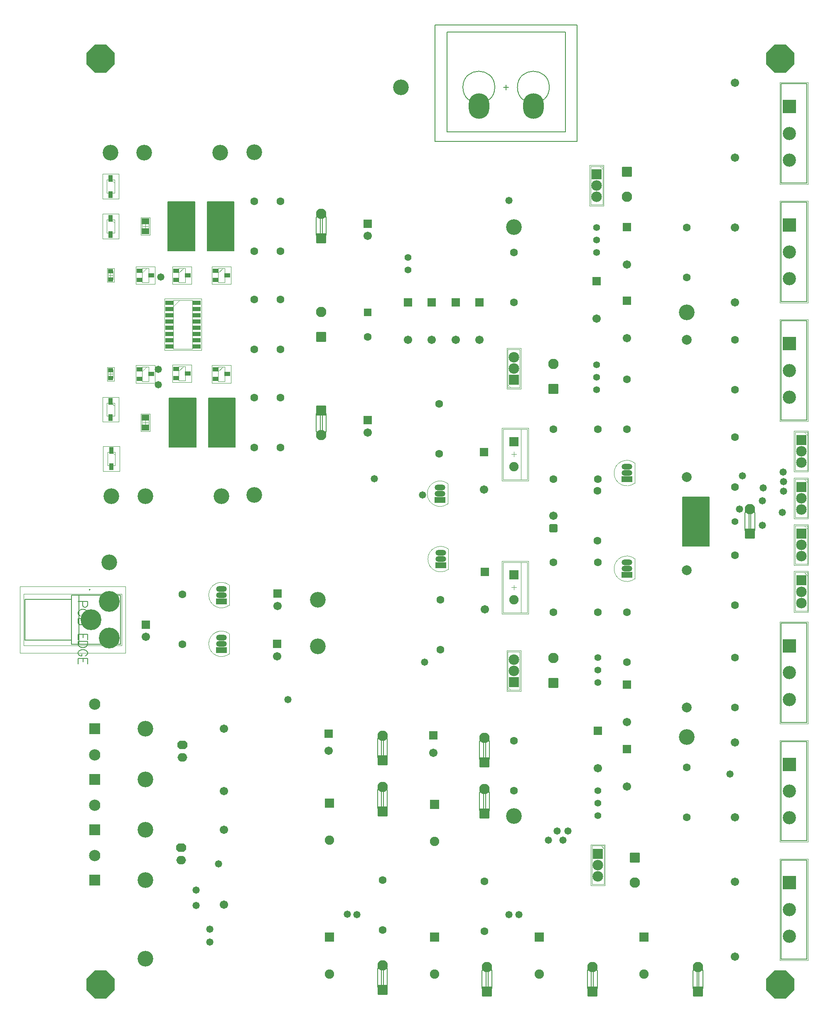
<source format=gts>
G04*
G04 #@! TF.GenerationSoftware,Altium Limited,Altium Designer,18.0.7 (293)*
G04*
G04 Layer_Color=8388736*
%FSLAX25Y25*%
%MOIN*%
G70*
G01*
G75*
%ADD10C,0.00500*%
%ADD11C,0.00600*%
%ADD12C,0.00787*%
%ADD18C,0.00394*%
%ADD24C,0.00000*%
%ADD25C,0.00781*%
%ADD26C,0.00300*%
%ADD27C,0.00197*%
%ADD33R,0.03753X0.05721*%
%ADD34R,0.04343X0.03556*%
%ADD35R,0.06115X0.04737*%
%ADD36R,0.06902X0.03359*%
%ADD37R,0.04737X0.03556*%
%ADD38C,0.06312*%
%ADD39C,0.07493*%
%ADD40R,0.07493X0.07493*%
%ADD41C,0.08300*%
G04:AMPARAMS|DCode=42|XSize=83mil|YSize=83mil|CornerRadius=13.38mil|HoleSize=0mil|Usage=FLASHONLY|Rotation=90.000|XOffset=0mil|YOffset=0mil|HoleType=Round|Shape=RoundedRectangle|*
%AMROUNDEDRECTD42*
21,1,0.08300,0.05625,0,0,90.0*
21,1,0.05625,0.08300,0,0,90.0*
1,1,0.02675,0.02813,0.02813*
1,1,0.02675,0.02813,-0.02813*
1,1,0.02675,-0.02813,-0.02813*
1,1,0.02675,-0.02813,0.02813*
%
%ADD42ROUNDEDRECTD42*%
%ADD43C,0.12611*%
%ADD44C,0.05524*%
%ADD45R,0.06000X0.06000*%
%ADD46C,0.06000*%
%ADD47C,0.06706*%
%ADD48C,0.07887*%
%ADD49C,0.08477*%
%ADD50R,0.08477X0.08477*%
%ADD51O,0.08674X0.04737*%
%ADD52R,0.08674X0.04737*%
%ADD53R,0.10603X0.10603*%
%ADD54C,0.10603*%
%ADD55O,0.07800X0.06800*%
G04:AMPARAMS|DCode=56|XSize=68mil|YSize=78mil|CornerRadius=0mil|HoleSize=0mil|Usage=FLASHONLY|Rotation=90.000|XOffset=0mil|YOffset=0mil|HoleType=Round|Shape=Octagon|*
%AMOCTAGOND56*
4,1,8,-0.03900,-0.01700,-0.03900,0.01700,-0.02200,0.03400,0.02200,0.03400,0.03900,0.01700,0.03900,-0.01700,0.02200,-0.03400,-0.02200,-0.03400,-0.03900,-0.01700,0.0*
%
%ADD56OCTAGOND56*%

%ADD57C,0.16702*%
%ADD58R,0.06706X0.06706*%
%ADD59R,0.07493X0.07493*%
G04:AMPARAMS|DCode=60|XSize=67.06mil|YSize=67.06mil|CornerRadius=11.38mil|HoleSize=0mil|Usage=FLASHONLY|Rotation=90.000|XOffset=0mil|YOffset=0mil|HoleType=Round|Shape=RoundedRectangle|*
%AMROUNDEDRECTD60*
21,1,0.06706,0.04429,0,0,90.0*
21,1,0.04429,0.06706,0,0,90.0*
1,1,0.02276,0.02215,0.02215*
1,1,0.02276,0.02215,-0.02215*
1,1,0.02276,-0.02215,-0.02215*
1,1,0.02276,-0.02215,0.02215*
%
%ADD60ROUNDEDRECTD60*%
%ADD61R,0.06312X0.06312*%
%ADD62O,0.16548X0.20485*%
%ADD63R,0.09068X0.09068*%
%ADD64C,0.09068*%
%ADD65P,0.24304X8X22.5*%
%ADD66C,0.05800*%
G36*
X99150Y492640D02*
Y453140D01*
X77650D01*
Y492640D01*
X99150D01*
D02*
G37*
G36*
X98264Y650072D02*
Y610572D01*
X76764D01*
Y650072D01*
X98264D01*
D02*
G37*
G36*
X130646Y492640D02*
Y453140D01*
X109146D01*
Y492640D01*
X130646D01*
D02*
G37*
G36*
X129760Y650072D02*
Y610572D01*
X108260D01*
Y650072D01*
X129760D01*
D02*
G37*
G36*
X511000Y413402D02*
Y373902D01*
X489500D01*
Y413402D01*
X511000D01*
D02*
G37*
D10*
X568724Y122441D02*
X589197D01*
Y42913D02*
Y122441D01*
X568724Y42913D02*
X589197D01*
X568724D02*
Y122441D01*
X589197D01*
Y42913D02*
Y122441D01*
X568724Y42913D02*
X589197D01*
X568724D02*
Y122441D01*
Y744488D02*
X589197D01*
Y664961D02*
Y744488D01*
X568724Y664961D02*
X589197D01*
X568724D02*
Y744488D01*
X589197D01*
Y664961D02*
Y744488D01*
X568724Y664961D02*
X589197D01*
X568724D02*
Y744488D01*
Y312244D02*
X589197D01*
Y232717D02*
Y312244D01*
X568724Y232717D02*
X589197D01*
X568724D02*
Y312244D01*
X589197D01*
Y232717D02*
Y312244D01*
X568724Y232717D02*
X589197D01*
X568724D02*
Y312244D01*
Y554528D02*
X589197D01*
Y475000D02*
Y554528D01*
X568724Y475000D02*
X589197D01*
X568724D02*
Y554528D01*
X589197D01*
Y475000D02*
Y554528D01*
X568724Y475000D02*
X589197D01*
X568724D02*
Y554528D01*
Y217343D02*
X589197D01*
Y137815D02*
Y217343D01*
X568724Y137815D02*
X589197D01*
X568724D02*
Y217343D01*
X589197D01*
Y137815D02*
Y217343D01*
X568724Y137815D02*
X589197D01*
X568724D02*
Y217343D01*
Y649508D02*
X589197D01*
Y569980D02*
Y649508D01*
X568724Y569980D02*
X589197D01*
X568724D02*
Y649508D01*
X589197D01*
Y569980D02*
Y649508D01*
X568724Y569980D02*
X589197D01*
X568724D02*
Y649508D01*
X5217Y334646D02*
X38681D01*
X-689D02*
X5217D01*
X-689Y331299D02*
Y334646D01*
Y298622D02*
Y331299D01*
Y295276D02*
Y298622D01*
Y295276D02*
X5217D01*
X38681D01*
Y334646D01*
X-38091Y331299D02*
X-689D01*
X-38091Y298622D02*
Y331299D01*
Y298622D02*
X-689D01*
X5217Y295276D02*
Y334646D01*
X38681D01*
X-689D02*
X5217D01*
X-689Y331299D02*
Y334646D01*
Y298622D02*
Y331299D01*
Y295276D02*
Y298622D01*
Y295276D02*
X5217D01*
X38681D01*
Y334646D01*
X-38091Y331299D02*
X-689D01*
X-38091Y298622D02*
Y331299D01*
Y298622D02*
X-689D01*
X5217Y295276D02*
Y334646D01*
X329832Y17936D02*
G03*
X331824Y16881I1976J1321D01*
G01*
X333532Y16879D02*
G03*
X335506Y17917I11J2376D01*
G01*
X331823Y36564D02*
G03*
X329849Y35527I-11J-2376D01*
G01*
X335522Y35508D02*
G03*
X333530Y36563I-1976J-1321D01*
G01*
X328995Y34074D02*
G03*
X328729Y33809I87J-354D01*
G01*
X331878Y33883D02*
G03*
X328995Y34074I-4288J-43031D01*
G01*
X331878Y19560D02*
G03*
X328995Y19370I41749J-654584D01*
G01*
X328729Y19635D02*
G03*
X328995Y19370I357J92D01*
G01*
X333476Y33883D02*
G03*
X336360Y34074I-41797J655314D01*
G01*
X336626Y33809D02*
G03*
X336360Y34074I-357J-92D01*
G01*
X336360Y19370D02*
G03*
X336626Y19635I-87J354D01*
G01*
X333476Y19560D02*
G03*
X336360Y19370I4288J43031D01*
G01*
X331878Y19032D02*
G03*
X330617Y17864I3661J-5218D01*
G01*
X328729Y19635D02*
G03*
X330500Y17864I1772J0D01*
G01*
X336626Y33809D02*
G03*
X334854Y35580I-1772J0D01*
G01*
X330500D02*
G03*
X328729Y33809I0J-1772D01*
G01*
X334854Y17864D02*
G03*
X336626Y19635I0J1772D01*
G01*
X331496Y16879D02*
G03*
X333858Y16879I1181J0D01*
G01*
Y36564D02*
G03*
X331496Y36564I-1181J0D01*
G01*
X414387Y17935D02*
G03*
X416378Y16879I1976J1321D01*
G01*
X418086Y16878D02*
G03*
X420060Y17916I11J2376D01*
G01*
X416377Y36563D02*
G03*
X414403Y35525I-11J-2376D01*
G01*
X420077Y35506D02*
G03*
X418085Y36562I-1976J-1321D01*
G01*
X413549Y34072D02*
G03*
X413283Y33807I87J-354D01*
G01*
X416433Y33882D02*
G03*
X413549Y34072I-4288J-43031D01*
G01*
X416433Y19559D02*
G03*
X413549Y19369I41749J-654584D01*
G01*
X413283Y19634D02*
G03*
X413549Y19369I357J92D01*
G01*
X418031Y33882D02*
G03*
X420914Y34072I-41797J655314D01*
G01*
X421180Y33807D02*
G03*
X420914Y34072I-357J-92D01*
G01*
X420914Y19369D02*
G03*
X421180Y19634I-87J354D01*
G01*
X418031Y19559D02*
G03*
X420914Y19369I4288J43031D01*
G01*
X416433Y19030D02*
G03*
X415171Y17862I3661J-5218D01*
G01*
X413283Y19634D02*
G03*
X415055Y17862I1772J0D01*
G01*
X421180Y33807D02*
G03*
X419409Y35579I-1772J0D01*
G01*
X415055D02*
G03*
X413283Y33807I0J-1772D01*
G01*
X419409Y17862D02*
G03*
X421180Y19634I0J1772D01*
G01*
X416050Y16878D02*
G03*
X418413Y16878I1181J0D01*
G01*
Y36563D02*
G03*
X416050Y36563I-1181J0D01*
G01*
X245974Y19273D02*
G03*
X247966Y18218I1976J1321D01*
G01*
X249673Y18216D02*
G03*
X251647Y19254I11J2376D01*
G01*
X247965Y37901D02*
G03*
X245991Y36864I-11J-2376D01*
G01*
X251664Y36845D02*
G03*
X249672Y37900I-1976J-1321D01*
G01*
X245137Y35411D02*
G03*
X244870Y35146I87J-354D01*
G01*
X248020Y35220D02*
G03*
X245137Y35411I-4288J-43031D01*
G01*
X248020Y20898D02*
G03*
X245137Y20707I41749J-654584D01*
G01*
X244870Y20972D02*
G03*
X245137Y20707I357J92D01*
G01*
X249618Y35220D02*
G03*
X252501Y35411I-41797J655314D01*
G01*
X252767Y35146D02*
G03*
X252501Y35411I-357J-92D01*
G01*
X252501Y20707D02*
G03*
X252767Y20972I-87J354D01*
G01*
X249618Y20898D02*
G03*
X252501Y20707I4288J43031D01*
G01*
X248020Y20369D02*
G03*
X246758Y19201I3661J-5218D01*
G01*
X244870Y20972D02*
G03*
X246642Y19201I1772J0D01*
G01*
X252767Y35146D02*
G03*
X250996Y36917I-1772J0D01*
G01*
X246642D02*
G03*
X244870Y35146I0J-1772D01*
G01*
X250996Y19201D02*
G03*
X252767Y20972I0J1772D01*
G01*
X247638Y18216D02*
G03*
X250000Y18216I1181J0D01*
G01*
Y37901D02*
G03*
X247638Y37901I-1181J0D01*
G01*
X327864Y201610D02*
G03*
X329855Y200554I1976J1321D01*
G01*
X331563Y200553D02*
G03*
X333537Y201590I11J2376D01*
G01*
X329854Y220238D02*
G03*
X327880Y219200I-11J-2376D01*
G01*
X333554Y219181D02*
G03*
X331562Y220236I-1976J-1321D01*
G01*
X327026Y217747D02*
G03*
X326760Y217482I87J-354D01*
G01*
X329910Y217557D02*
G03*
X327026Y217747I-4288J-43031D01*
G01*
X329910Y203234D02*
G03*
X327026Y203044I41749J-654584D01*
G01*
X326760Y203309D02*
G03*
X327026Y203044I357J92D01*
G01*
X331508Y217557D02*
G03*
X334391Y217747I-41797J655314D01*
G01*
X334657Y217482D02*
G03*
X334391Y217747I-357J-92D01*
G01*
X334391Y203044D02*
G03*
X334657Y203309I-87J354D01*
G01*
X331508Y203234D02*
G03*
X334391Y203044I4288J43031D01*
G01*
X329910Y202705D02*
G03*
X328648Y201537I3661J-5218D01*
G01*
X326760Y203309D02*
G03*
X328532Y201537I1772J0D01*
G01*
X334657Y217482D02*
G03*
X332886Y219253I-1772J0D01*
G01*
X328532D02*
G03*
X326760Y217482I0J-1772D01*
G01*
X332886Y201537D02*
G03*
X334657Y203309I0J1772D01*
G01*
X329528Y200553D02*
G03*
X331890Y200553I1181J0D01*
G01*
Y220238D02*
G03*
X329528Y220238I-1181J0D01*
G01*
X245974Y203340D02*
G03*
X247966Y202285I1976J1321D01*
G01*
X249673Y202283D02*
G03*
X251647Y203321I11J2376D01*
G01*
X247965Y221969D02*
G03*
X245991Y220931I-11J-2376D01*
G01*
X251664Y220912D02*
G03*
X249672Y221967I-1976J-1321D01*
G01*
X245137Y219478D02*
G03*
X244870Y219213I87J-354D01*
G01*
X248020Y219287D02*
G03*
X245137Y219478I-4288J-43031D01*
G01*
X248020Y204964D02*
G03*
X245137Y204774I41749J-654584D01*
G01*
X244870Y205039D02*
G03*
X245137Y204774I357J92D01*
G01*
X249618Y219287D02*
G03*
X252501Y219478I-41797J655314D01*
G01*
X252767Y219213D02*
G03*
X252501Y219478I-357J-92D01*
G01*
X252501Y204774D02*
G03*
X252767Y205039I-87J354D01*
G01*
X249618Y204964D02*
G03*
X252501Y204774I4288J43031D01*
G01*
X248020Y204436D02*
G03*
X246758Y203268I3661J-5218D01*
G01*
X244870Y205039D02*
G03*
X246642Y203268I1772J0D01*
G01*
X252767Y219213D02*
G03*
X250996Y220984I-1772J0D01*
G01*
X246642D02*
G03*
X244870Y219213I0J-1772D01*
G01*
X250996Y203268D02*
G03*
X252767Y205039I0J1772D01*
G01*
X247638Y202283D02*
G03*
X250000Y202283I1181J0D01*
G01*
Y221969D02*
G03*
X247638Y221969I-1181J0D01*
G01*
X202511Y481676D02*
G03*
X200519Y482731I-1976J-1321D01*
G01*
X198811Y482733D02*
G03*
X196837Y481695I-11J-2376D01*
G01*
X200520Y463048D02*
G03*
X202494Y464085I11J2376D01*
G01*
X196821Y464105D02*
G03*
X198813Y463049I1976J1321D01*
G01*
X203348Y465539D02*
G03*
X203614Y465804I-87J354D01*
G01*
X200465Y465729D02*
G03*
X203348Y465539I4288J43031D01*
G01*
X200465Y480052D02*
G03*
X203348Y480242I-41749J654584D01*
G01*
X203614Y479977D02*
G03*
X203348Y480242I-357J-92D01*
G01*
X198867Y465729D02*
G03*
X195983Y465539I41797J-655314D01*
G01*
X195717Y465804D02*
G03*
X195983Y465539I357J92D01*
G01*
X195983Y480242D02*
G03*
X195717Y479977I87J-354D01*
G01*
X198867Y480052D02*
G03*
X195983Y480242I-4288J-43031D01*
G01*
X200465Y480580D02*
G03*
X201726Y481748I-3661J5218D01*
G01*
X203614Y479977D02*
G03*
X201843Y481748I-1772J0D01*
G01*
X195717Y465803D02*
G03*
X197489Y464032I1772J0D01*
G01*
X201843D02*
G03*
X203614Y465803I0J1772D01*
G01*
X197489Y481748D02*
G03*
X195717Y479977I0J-1772D01*
G01*
X200847Y482733D02*
G03*
X198485Y482733I-1181J0D01*
G01*
Y463048D02*
G03*
X200847Y463048I1181J0D01*
G01*
X196821Y621536D02*
G03*
X198813Y620481I1976J1321D01*
G01*
X200520Y620479D02*
G03*
X202494Y621517I11J2376D01*
G01*
X198811Y640165D02*
G03*
X196837Y639127I-11J-2376D01*
G01*
X202511Y639108D02*
G03*
X200519Y640163I-1976J-1321D01*
G01*
X195983Y637674D02*
G03*
X195717Y637409I87J-354D01*
G01*
X198867Y637484D02*
G03*
X195983Y637674I-4288J-43031D01*
G01*
X198867Y623161D02*
G03*
X195983Y622970I41749J-654584D01*
G01*
X195717Y623236D02*
G03*
X195983Y622970I357J92D01*
G01*
X200465Y637484D02*
G03*
X203348Y637674I-41797J655314D01*
G01*
X203614Y637409D02*
G03*
X203348Y637674I-357J-92D01*
G01*
X203348Y622970D02*
G03*
X203614Y623236I-87J354D01*
G01*
X200465Y623161D02*
G03*
X203348Y622970I4288J43031D01*
G01*
X198867Y622632D02*
G03*
X197605Y621464I3661J-5218D01*
G01*
X195717Y623236D02*
G03*
X197489Y621464I1772J0D01*
G01*
X203614Y637409D02*
G03*
X201843Y639180I-1772J0D01*
G01*
X197489D02*
G03*
X195717Y637409I0J-1772D01*
G01*
X201843Y621464D02*
G03*
X203614Y623236I0J1772D01*
G01*
X198485Y620479D02*
G03*
X200847Y620479I1181J0D01*
G01*
Y640165D02*
G03*
X198485Y640165I-1181J0D01*
G01*
X245973Y162474D02*
G03*
X247965Y161419I1976J1321D01*
G01*
X249673Y161417D02*
G03*
X251647Y162455I11J2376D01*
G01*
X247964Y181102D02*
G03*
X245990Y180065I-11J-2376D01*
G01*
X251663Y180045D02*
G03*
X249671Y181101I-1976J-1321D01*
G01*
X245136Y178612D02*
G03*
X244870Y178347I87J-354D01*
G01*
X248019Y178421D02*
G03*
X245136Y178612I-4288J-43031D01*
G01*
X248019Y164098D02*
G03*
X245136Y163908I41749J-654584D01*
G01*
X244870Y164173D02*
G03*
X245136Y163908I357J92D01*
G01*
X249617Y178421D02*
G03*
X252501Y178612I-41797J655314D01*
G01*
X252767Y178347D02*
G03*
X252501Y178612I-357J-92D01*
G01*
X252501Y163908D02*
G03*
X252767Y164173I-87J354D01*
G01*
X249617Y164098D02*
G03*
X252501Y163908I4288J43031D01*
G01*
X248019Y163570D02*
G03*
X246758Y162402I3661J-5218D01*
G01*
X244870Y164173D02*
G03*
X246641Y162402I1772J0D01*
G01*
X252767Y178347D02*
G03*
X250995Y180118I-1772J0D01*
G01*
X246641D02*
G03*
X244870Y178347I0J-1772D01*
G01*
X250995Y162402D02*
G03*
X252767Y164173I0J1772D01*
G01*
X247637Y161417D02*
G03*
X249999Y161417I1181J0D01*
G01*
Y181102D02*
G03*
X247637Y181102I-1181J0D01*
G01*
X327864Y160506D02*
G03*
X329855Y159450I1976J1321D01*
G01*
X331563Y159449D02*
G03*
X333537Y160487I11J2376D01*
G01*
X329854Y179134D02*
G03*
X327880Y178096I-11J-2376D01*
G01*
X333554Y178077D02*
G03*
X331562Y179133I-1976J-1321D01*
G01*
X327026Y176643D02*
G03*
X326760Y176378I87J-354D01*
G01*
X329909Y176453D02*
G03*
X327026Y176643I-4288J-43031D01*
G01*
X329909Y162130D02*
G03*
X327026Y161940I41749J-654584D01*
G01*
X326760Y162205D02*
G03*
X327026Y161940I357J92D01*
G01*
X331507Y176453D02*
G03*
X334391Y176643I-41797J655314D01*
G01*
X334657Y176378D02*
G03*
X334391Y176643I-357J-92D01*
G01*
X334391Y161940D02*
G03*
X334657Y162205I-87J354D01*
G01*
X331507Y162130D02*
G03*
X334391Y161940I4288J43031D01*
G01*
X329909Y161601D02*
G03*
X328648Y160433I3661J-5218D01*
G01*
X326760Y162205D02*
G03*
X328532Y160433I1772J0D01*
G01*
X334657Y176378D02*
G03*
X332886Y178150I-1772J0D01*
G01*
X328532D02*
G03*
X326760Y176378I0J-1772D01*
G01*
X332886Y160433D02*
G03*
X334657Y162205I0J1772D01*
G01*
X329527Y159449D02*
G03*
X331890Y159449I1181J0D01*
G01*
Y179134D02*
G03*
X329527Y179134I-1181J0D01*
G01*
X499124Y17935D02*
G03*
X501115Y16879I1976J1321D01*
G01*
X502823Y16878D02*
G03*
X504797Y17916I11J2376D01*
G01*
X501114Y36563D02*
G03*
X499140Y35525I-11J-2376D01*
G01*
X504813Y35506D02*
G03*
X502822Y36562I-1976J-1321D01*
G01*
X498286Y34072D02*
G03*
X498020Y33807I87J-354D01*
G01*
X501169Y33882D02*
G03*
X498286Y34072I-4288J-43031D01*
G01*
X501169Y19559D02*
G03*
X498286Y19369I41749J-654584D01*
G01*
X498020Y19634D02*
G03*
X498286Y19369I357J92D01*
G01*
X502768Y33882D02*
G03*
X505651Y34072I-41797J655314D01*
G01*
X505917Y33807D02*
G03*
X505651Y34072I-357J-92D01*
G01*
X505651Y19369D02*
G03*
X505917Y19634I-87J354D01*
G01*
X502768Y19559D02*
G03*
X505651Y19369I4288J43031D01*
G01*
X501169Y19030D02*
G03*
X499908Y17862I3661J-5218D01*
G01*
X498020Y19634D02*
G03*
X499792Y17862I1772J0D01*
G01*
X505917Y33807D02*
G03*
X504145Y35579I-1772J0D01*
G01*
X499792D02*
G03*
X498020Y33807I0J-1772D01*
G01*
X504145Y17862D02*
G03*
X505917Y19634I0J1772D01*
G01*
X500787Y16878D02*
G03*
X503150Y16878I1181J0D01*
G01*
Y36563D02*
G03*
X500787Y36563I-1181J0D01*
G01*
X540791Y384915D02*
G03*
X542782Y383859I1976J1321D01*
G01*
X544490Y383858D02*
G03*
X546464Y384896I11J2376D01*
G01*
X542781Y403543D02*
G03*
X540807Y402506I-11J-2376D01*
G01*
X546480Y402486D02*
G03*
X544489Y403542I-1976J-1321D01*
G01*
X539953Y401053D02*
G03*
X539687Y400787I87J-354D01*
G01*
X542837Y400862D02*
G03*
X539953Y401053I-4288J-43031D01*
G01*
X542837Y386539D02*
G03*
X539953Y386349I41749J-654584D01*
G01*
X539687Y386614D02*
G03*
X539953Y386349I357J92D01*
G01*
X544434Y400862D02*
G03*
X547318Y401053I-41797J655314D01*
G01*
X547584Y400787D02*
G03*
X547318Y401053I-357J-92D01*
G01*
X547318Y386349D02*
G03*
X547584Y386614I-87J354D01*
G01*
X544434Y386539D02*
G03*
X547318Y386349I4288J43031D01*
G01*
X542837Y386011D02*
G03*
X541575Y384842I3661J-5218D01*
G01*
X539687Y386614D02*
G03*
X541459Y384842I1772J0D01*
G01*
X547584Y400787D02*
G03*
X545812Y402559I-1772J0D01*
G01*
X541459D02*
G03*
X539687Y400787I0J-1772D01*
G01*
X545812Y384842D02*
G03*
X547584Y386614I0J1772D01*
G01*
X542454Y383858D02*
G03*
X544817Y383858I1181J0D01*
G01*
Y403543D02*
G03*
X542454Y403543I-1181J0D01*
G01*
X335522Y17935D02*
X335540Y17962D01*
X335599Y18042D01*
X329760Y18037D02*
X329828Y17943D01*
X329832Y17936D01*
X329815Y35482D02*
X329832Y35510D01*
X329755Y35402D02*
X329815Y35482D01*
X335526Y35501D02*
X335595Y35407D01*
X335522Y35508D02*
X335526Y35501D01*
X333476Y34412D02*
X333554Y34423D01*
X333646Y34465D01*
X333745Y34540D01*
X333830Y34622D01*
X334051Y34885D01*
X334239Y35125D01*
X334407Y35330D01*
X334555Y35481D01*
X334655Y35555D01*
X334738Y35580D01*
X330617D02*
X330722Y35541D01*
X330861Y35423D01*
X331045Y35214D01*
X331273Y34924D01*
X331391Y34775D01*
X331526Y34621D01*
X331621Y34530D01*
X331740Y34448D01*
X331817Y34419D01*
X331878Y34412D01*
X334689Y17873D02*
X334738Y17864D01*
X334632Y17903D02*
X334689Y17873D01*
X334567Y17952D02*
X334632Y17903D01*
X334493Y18021D02*
X334567Y17952D01*
X334406Y18115D02*
X334493Y18021D01*
X334309Y18230D02*
X334406Y18115D01*
X334201Y18366D02*
X334309Y18230D01*
X334082Y18520D02*
X334201Y18366D01*
X333964Y18668D02*
X334082Y18520D01*
X333828Y18823D02*
X333964Y18668D01*
X333783Y18869D02*
X333828Y18823D01*
X333733Y18914D02*
X333783Y18869D01*
X333678Y18958D02*
X333733Y18914D01*
X333614Y18996D02*
X333678Y18958D01*
X333577Y19013D02*
X333614Y18996D01*
X333537Y19025D02*
X333577Y19013D01*
X333507Y19030D02*
X333537Y19025D01*
X333476Y19032D02*
X333507Y19030D01*
X331824Y16881D02*
X333531Y16879D01*
X331823Y36564D02*
X333530Y36563D01*
X331878Y19032D02*
Y34412D01*
X328729Y19635D02*
Y33809D01*
X336626Y19635D02*
Y33809D01*
X333476Y19032D02*
Y34412D01*
X331878Y33883D02*
X333476D01*
X331878Y19561D02*
X333476D01*
X331878Y19032D02*
X333476D01*
X331878Y34412D02*
X333476D01*
X330500Y35580D02*
X334854D01*
X330500Y17864D02*
X334854D01*
X420076Y17934D02*
X420094Y17961D01*
X420154Y18041D01*
X414314Y18035D02*
X414382Y17942D01*
X414387Y17935D01*
X414369Y35480D02*
X414386Y35508D01*
X414310Y35400D02*
X414369Y35480D01*
X420081Y35500D02*
X420149Y35406D01*
X420077Y35506D02*
X420081Y35500D01*
X418031Y34411D02*
X418108Y34422D01*
X418200Y34464D01*
X418300Y34538D01*
X418384Y34620D01*
X418605Y34883D01*
X418793Y35124D01*
X418962Y35329D01*
X419109Y35479D01*
X419209Y35553D01*
X419292Y35579D01*
X415171D02*
X415276Y35540D01*
X415415Y35421D01*
X415599Y35212D01*
X415827Y34923D01*
X415945Y34774D01*
X416080Y34620D01*
X416176Y34528D01*
X416295Y34446D01*
X416372Y34418D01*
X416433Y34411D01*
X419244Y17872D02*
X419292Y17862D01*
X419187Y17901D02*
X419244Y17872D01*
X419121Y17951D02*
X419187Y17901D01*
X419048Y18020D02*
X419121Y17951D01*
X418960Y18114D02*
X419048Y18020D01*
X418864Y18229D02*
X418960Y18114D01*
X418756Y18365D02*
X418864Y18229D01*
X418636Y18518D02*
X418756Y18365D01*
X418518Y18666D02*
X418636Y18518D01*
X418383Y18822D02*
X418518Y18666D01*
X418337Y18868D02*
X418383Y18822D01*
X418288Y18913D02*
X418337Y18868D01*
X418232Y18956D02*
X418288Y18913D01*
X418168Y18995D02*
X418232Y18956D01*
X418132Y19011D02*
X418168Y18995D01*
X418091Y19024D02*
X418132Y19011D01*
X418062Y19029D02*
X418091Y19024D01*
X418031Y19030D02*
X418062Y19029D01*
X416378Y16879D02*
X418086Y16878D01*
X416377Y36563D02*
X418085Y36562D01*
X416433Y19030D02*
Y34411D01*
X413283Y19634D02*
Y33807D01*
X421180Y19634D02*
Y33807D01*
X418031Y19030D02*
Y34411D01*
X416433Y33882D02*
X418031D01*
X416433Y19559D02*
X418031D01*
X416433Y19030D02*
X418031D01*
X416433Y34411D02*
X418031D01*
X415055Y35579D02*
X419409D01*
X415055Y17862D02*
X419409D01*
X251663Y19272D02*
X251682Y19299D01*
X251741Y19379D01*
X245902Y19374D02*
X245970Y19280D01*
X245974Y19273D01*
X245956Y36819D02*
X245973Y36847D01*
X245897Y36739D02*
X245956Y36819D01*
X251668Y36838D02*
X251736Y36744D01*
X251664Y36845D02*
X251668Y36838D01*
X249618Y35749D02*
X249696Y35760D01*
X249788Y35802D01*
X249887Y35876D01*
X249971Y35959D01*
X250193Y36222D01*
X250380Y36462D01*
X250549Y36667D01*
X250696Y36818D01*
X250797Y36892D01*
X250879Y36917D01*
X246758D02*
X246864Y36878D01*
X247003Y36760D01*
X247187Y36551D01*
X247414Y36261D01*
X247532Y36112D01*
X247668Y35958D01*
X247763Y35867D01*
X247882Y35785D01*
X247959Y35756D01*
X248020Y35749D01*
X250831Y19210D02*
X250879Y19201D01*
X250774Y19240D02*
X250831Y19210D01*
X250709Y19289D02*
X250774Y19240D01*
X250635Y19358D02*
X250709Y19289D01*
X250548Y19452D02*
X250635Y19358D01*
X250451Y19567D02*
X250548Y19452D01*
X250343Y19703D02*
X250451Y19567D01*
X250223Y19857D02*
X250343Y19703D01*
X250106Y20005D02*
X250223Y19857D01*
X249970Y20160D02*
X250106Y20005D01*
X249925Y20206D02*
X249970Y20160D01*
X249875Y20251D02*
X249925Y20206D01*
X249819Y20295D02*
X249875Y20251D01*
X249756Y20333D02*
X249819Y20295D01*
X249719Y20350D02*
X249756Y20333D01*
X249679Y20362D02*
X249719Y20350D01*
X249649Y20367D02*
X249679Y20362D01*
X249618Y20369D02*
X249649Y20367D01*
X247966Y18218D02*
X249673Y18216D01*
X247965Y37901D02*
X249672Y37900D01*
X248020Y20369D02*
Y35749D01*
X244870Y20972D02*
Y35146D01*
X252768Y20972D02*
Y35146D01*
X249618Y20369D02*
Y35749D01*
X248020Y35220D02*
X249618D01*
X248020Y20897D02*
X249618D01*
X248020Y20369D02*
X249618D01*
X248020Y35749D02*
X249618D01*
X246642Y36917D02*
X250996D01*
X246642Y19201D02*
X250996D01*
X333553Y201608D02*
X333571Y201635D01*
X333631Y201715D01*
X327791Y201710D02*
X327859Y201616D01*
X327864Y201610D01*
X327846Y219155D02*
X327863Y219183D01*
X327787Y219075D02*
X327846Y219155D01*
X333558Y219174D02*
X333626Y219081D01*
X333554Y219181D02*
X333558Y219174D01*
X331508Y218085D02*
X331585Y218097D01*
X331677Y218139D01*
X331777Y218213D01*
X331861Y218295D01*
X332082Y218558D01*
X332270Y218799D01*
X332439Y219004D01*
X332586Y219154D01*
X332687Y219228D01*
X332769Y219253D01*
X328648D02*
X328753Y219214D01*
X328893Y219096D01*
X329077Y218887D01*
X329304Y218597D01*
X329422Y218448D01*
X329557Y218294D01*
X329653Y218203D01*
X329772Y218121D01*
X329849Y218092D01*
X329910Y218085D01*
X332721Y201547D02*
X332769Y201537D01*
X332664Y201576D02*
X332721Y201547D01*
X332598Y201626D02*
X332664Y201576D01*
X332525Y201695D02*
X332598Y201626D01*
X332437Y201789D02*
X332525Y201695D01*
X332341Y201903D02*
X332437Y201789D01*
X332233Y202039D02*
X332341Y201903D01*
X332113Y202193D02*
X332233Y202039D01*
X331996Y202341D02*
X332113Y202193D01*
X331860Y202496D02*
X331996Y202341D01*
X331814Y202542D02*
X331860Y202496D01*
X331765Y202588D02*
X331814Y202542D01*
X331709Y202631D02*
X331765Y202588D01*
X331646Y202670D02*
X331709Y202631D01*
X331609Y202686D02*
X331646Y202670D01*
X331569Y202698D02*
X331609Y202686D01*
X331539Y202703D02*
X331569Y202698D01*
X331508Y202705D02*
X331539Y202703D01*
X329856Y200554D02*
X331563Y200553D01*
X329854Y220238D02*
X331562Y220236D01*
X329910Y202705D02*
Y218085D01*
X326760Y203309D02*
Y217482D01*
X334657Y203309D02*
Y217482D01*
X331508Y202705D02*
Y218085D01*
X329910Y217557D02*
X331508D01*
X329910Y203234D02*
X331508D01*
X329910Y202705D02*
X331508D01*
X329910Y218085D02*
X331508D01*
X328532Y219253D02*
X332886D01*
X328532Y201537D02*
X332886D01*
X251663Y203339D02*
X251682Y203366D01*
X251741Y203446D01*
X245902Y203441D02*
X245970Y203347D01*
X245974Y203340D01*
X245956Y220886D02*
X245973Y220914D01*
X245897Y220806D02*
X245956Y220886D01*
X251668Y220905D02*
X251736Y220811D01*
X251664Y220912D02*
X251668Y220905D01*
X249618Y219816D02*
X249696Y219827D01*
X249788Y219869D01*
X249887Y219943D01*
X249971Y220026D01*
X250193Y220289D01*
X250380Y220529D01*
X250549Y220734D01*
X250696Y220885D01*
X250797Y220959D01*
X250879Y220984D01*
X246758D02*
X246864Y220945D01*
X247003Y220827D01*
X247187Y220618D01*
X247414Y220328D01*
X247532Y220179D01*
X247668Y220025D01*
X247763Y219934D01*
X247882Y219852D01*
X247959Y219823D01*
X248020Y219816D01*
X250831Y203277D02*
X250879Y203268D01*
X250774Y203307D02*
X250831Y203277D01*
X250709Y203356D02*
X250774Y203307D01*
X250635Y203425D02*
X250709Y203356D01*
X250548Y203519D02*
X250635Y203425D01*
X250451Y203634D02*
X250548Y203519D01*
X250343Y203770D02*
X250451Y203634D01*
X250223Y203924D02*
X250343Y203770D01*
X250106Y204072D02*
X250223Y203924D01*
X249970Y204227D02*
X250106Y204072D01*
X249925Y204273D02*
X249970Y204227D01*
X249875Y204318D02*
X249925Y204273D01*
X249819Y204362D02*
X249875Y204318D01*
X249756Y204400D02*
X249819Y204362D01*
X249719Y204417D02*
X249756Y204400D01*
X249679Y204429D02*
X249719Y204417D01*
X249649Y204434D02*
X249679Y204429D01*
X249618Y204436D02*
X249649Y204434D01*
X247966Y202285D02*
X249673Y202283D01*
X247965Y221968D02*
X249672Y221967D01*
X248020Y204436D02*
Y219816D01*
X244870Y205039D02*
Y219213D01*
X252768Y205039D02*
Y219213D01*
X249618Y204436D02*
Y219816D01*
X248020Y219287D02*
X249618D01*
X248020Y204965D02*
X249618D01*
X248020Y204436D02*
X249618D01*
X248020Y219816D02*
X249618D01*
X246642Y220984D02*
X250996D01*
X246642Y203268D02*
X250996D01*
X196803Y481650D02*
X196821Y481677D01*
X196744Y481570D02*
X196803Y481650D01*
X202515Y481669D02*
X202583Y481575D01*
X202511Y481676D02*
X202515Y481669D01*
X202511Y464102D02*
X202528Y464130D01*
X202588Y464210D01*
X196748Y464205D02*
X196816Y464111D01*
X196821Y464105D01*
X198789Y465189D02*
X198867Y465200D01*
X198697Y465147D02*
X198789Y465189D01*
X198597Y465073D02*
X198697Y465147D01*
X198513Y464990D02*
X198597Y465073D01*
X198292Y464727D02*
X198513Y464990D01*
X198104Y464487D02*
X198292Y464727D01*
X197935Y464282D02*
X198104Y464487D01*
X197788Y464131D02*
X197935Y464282D01*
X197688Y464058D02*
X197788Y464131D01*
X197605Y464032D02*
X197688Y464058D01*
X201621Y464071D02*
X201726Y464032D01*
X201482Y464189D02*
X201621Y464071D01*
X201298Y464398D02*
X201482Y464189D01*
X201070Y464688D02*
X201298Y464398D01*
X200952Y464837D02*
X201070Y464688D01*
X200817Y464991D02*
X200952Y464837D01*
X200722Y465083D02*
X200817Y464991D01*
X200603Y465165D02*
X200722Y465083D01*
X200526Y465193D02*
X200603Y465165D01*
X200465Y465200D02*
X200526Y465193D01*
X197605Y481748D02*
X197654Y481739D01*
X197710Y481709D01*
X197776Y481660D01*
X197850Y481591D01*
X197937Y481497D01*
X198034Y481382D01*
X198142Y481246D01*
X198261Y481092D01*
X198379Y480944D01*
X198514Y480789D01*
X198560Y480743D01*
X198610Y480698D01*
X198665Y480654D01*
X198729Y480616D01*
X198766Y480600D01*
X198806Y480587D01*
X198836Y480582D01*
X198867Y480580D01*
X198811Y482733D02*
X200519Y482731D01*
X198813Y463049D02*
X200520Y463048D01*
X200465Y465200D02*
Y480580D01*
X203614Y465804D02*
Y479977D01*
X195717Y465804D02*
Y479977D01*
X198867Y465200D02*
Y480580D01*
Y465729D02*
X200465D01*
X198867Y480052D02*
X200465D01*
X198867Y480580D02*
X200465D01*
X198867Y465200D02*
X200465D01*
X197489Y464032D02*
X201843D01*
X197489Y481748D02*
X201843D01*
X202510Y621535D02*
X202528Y621562D01*
X202588Y621642D01*
X196748Y621637D02*
X196816Y621543D01*
X196821Y621536D01*
X196803Y639082D02*
X196820Y639110D01*
X196744Y639002D02*
X196803Y639082D01*
X202515Y639101D02*
X202583Y639007D01*
X202511Y639108D02*
X202515Y639101D01*
X200465Y638012D02*
X200542Y638024D01*
X200634Y638065D01*
X200734Y638140D01*
X200818Y638222D01*
X201039Y638485D01*
X201227Y638725D01*
X201396Y638930D01*
X201543Y639081D01*
X201644Y639155D01*
X201726Y639180D01*
X197605D02*
X197710Y639141D01*
X197850Y639023D01*
X198034Y638814D01*
X198261Y638524D01*
X198379Y638375D01*
X198514Y638221D01*
X198610Y638130D01*
X198729Y638048D01*
X198806Y638019D01*
X198867Y638012D01*
X201678Y621474D02*
X201726Y621464D01*
X201621Y621503D02*
X201678Y621474D01*
X201555Y621552D02*
X201621Y621503D01*
X201482Y621621D02*
X201555Y621552D01*
X201394Y621716D02*
X201482Y621621D01*
X201298Y621830D02*
X201394Y621716D01*
X201190Y621966D02*
X201298Y621830D01*
X201070Y622120D02*
X201190Y621966D01*
X200953Y622268D02*
X201070Y622120D01*
X200817Y622423D02*
X200953Y622268D01*
X200771Y622469D02*
X200817Y622423D01*
X200722Y622514D02*
X200771Y622469D01*
X200666Y622558D02*
X200722Y622514D01*
X200603Y622596D02*
X200666Y622558D01*
X200566Y622613D02*
X200603Y622596D01*
X200526Y622625D02*
X200566Y622613D01*
X200496Y622630D02*
X200526Y622625D01*
X200465Y622632D02*
X200496Y622630D01*
X198813Y620481D02*
X200520Y620480D01*
X198811Y640165D02*
X200519Y640163D01*
X198867Y622632D02*
Y638012D01*
X195717Y623235D02*
Y637409D01*
X203614Y623235D02*
Y637409D01*
X200465Y622632D02*
Y638012D01*
X198867Y637484D02*
X200465D01*
X198867Y623161D02*
X200465D01*
X198867Y622632D02*
X200465D01*
X198867Y638012D02*
X200465D01*
X197489Y639180D02*
X201843D01*
X197489Y621464D02*
X201843D01*
X251663Y162473D02*
X251681Y162500D01*
X251740Y162580D01*
X245901Y162575D02*
X245969Y162481D01*
X245973Y162474D01*
X245956Y180020D02*
X245973Y180048D01*
X245896Y179940D02*
X245956Y180020D01*
X251668Y180039D02*
X251736Y179945D01*
X251663Y180045D02*
X251668Y180039D01*
X249617Y178950D02*
X249695Y178961D01*
X249787Y179003D01*
X249886Y179077D01*
X249971Y179160D01*
X250192Y179423D01*
X250380Y179663D01*
X250549Y179868D01*
X250696Y180019D01*
X250796Y180092D01*
X250879Y180118D01*
X246758D02*
X246863Y180079D01*
X247002Y179961D01*
X247186Y179752D01*
X247414Y179462D01*
X247532Y179313D01*
X247667Y179159D01*
X247762Y179067D01*
X247881Y178985D01*
X247958Y178957D01*
X248019Y178950D01*
X250830Y162411D02*
X250879Y162402D01*
X250774Y162441D02*
X250830Y162411D01*
X250708Y162490D02*
X250774Y162441D01*
X250634Y162559D02*
X250708Y162490D01*
X250547Y162653D02*
X250634Y162559D01*
X250450Y162768D02*
X250547Y162653D01*
X250342Y162904D02*
X250450Y162768D01*
X250223Y163058D02*
X250342Y162904D01*
X250105Y163206D02*
X250223Y163058D01*
X249970Y163361D02*
X250105Y163206D01*
X249924Y163407D02*
X249970Y163361D01*
X249874Y163452D02*
X249924Y163407D01*
X249819Y163496D02*
X249874Y163452D01*
X249755Y163534D02*
X249819Y163496D01*
X249718Y163550D02*
X249755Y163534D01*
X249678Y163563D02*
X249718Y163550D01*
X249648Y163568D02*
X249678Y163563D01*
X249617Y163570D02*
X249648Y163568D01*
X247965Y161419D02*
X249673Y161417D01*
X247964Y181102D02*
X249671Y181101D01*
X248019Y163570D02*
Y178950D01*
X244870Y164173D02*
Y178346D01*
X252767Y164173D02*
Y178346D01*
X249617Y163570D02*
Y178950D01*
X248019Y178421D02*
X249617D01*
X248019Y164098D02*
X249617D01*
X248019Y163570D02*
X249617D01*
X248019Y178950D02*
X249617D01*
X246641Y180118D02*
X250995D01*
X246641Y162402D02*
X250995D01*
X333553Y160505D02*
X333571Y160532D01*
X333630Y160612D01*
X327791Y160606D02*
X327859Y160512D01*
X327864Y160506D01*
X327846Y178051D02*
X327863Y178079D01*
X327787Y177971D02*
X327846Y178051D01*
X333558Y178071D02*
X333626Y177977D01*
X333553Y178077D02*
X333558Y178071D01*
X331508Y176981D02*
X331585Y176993D01*
X331677Y177035D01*
X331777Y177109D01*
X331861Y177192D01*
X332082Y177454D01*
X332270Y177695D01*
X332439Y177900D01*
X332586Y178050D01*
X332686Y178124D01*
X332769Y178150D01*
X328648D02*
X328753Y178111D01*
X328892Y177992D01*
X329076Y177783D01*
X329304Y177494D01*
X329422Y177345D01*
X329557Y177190D01*
X329652Y177099D01*
X329772Y177017D01*
X329849Y176989D01*
X329910Y176981D01*
X332721Y160443D02*
X332769Y160433D01*
X332664Y160472D02*
X332721Y160443D01*
X332598Y160522D02*
X332664Y160472D01*
X332525Y160591D02*
X332598Y160522D01*
X332437Y160685D02*
X332525Y160591D01*
X332341Y160800D02*
X332437Y160685D01*
X332233Y160936D02*
X332341Y160800D01*
X332113Y161089D02*
X332233Y160936D01*
X331995Y161237D02*
X332113Y161089D01*
X331860Y161393D02*
X331995Y161237D01*
X331814Y161439D02*
X331860Y161393D01*
X331765Y161484D02*
X331814Y161439D01*
X331709Y161527D02*
X331765Y161484D01*
X331645Y161566D02*
X331709Y161527D01*
X331609Y161582D02*
X331645Y161566D01*
X331568Y161594D02*
X331609Y161582D01*
X331539Y161600D02*
X331568Y161594D01*
X331508Y161601D02*
X331539Y161600D01*
X329855Y159450D02*
X331563Y159449D01*
X329854Y179134D02*
X331562Y179133D01*
X329910Y161601D02*
Y176981D01*
X326760Y162205D02*
Y176378D01*
X334657Y162205D02*
Y176378D01*
X331508Y161601D02*
Y176981D01*
X329910Y176453D02*
X331508D01*
X329910Y162130D02*
X331508D01*
X329910Y161601D02*
X331508D01*
X329910Y176981D02*
X331508D01*
X328532Y178150D02*
X332885D01*
X328532Y160433D02*
X332885D01*
X504813Y17934D02*
X504831Y17961D01*
X504890Y18041D01*
X499051Y18035D02*
X499119Y17941D01*
X499123Y17935D01*
X499106Y35480D02*
X499123Y35508D01*
X499047Y35400D02*
X499106Y35480D01*
X504818Y35500D02*
X504886Y35406D01*
X504813Y35506D02*
X504818Y35500D01*
X502768Y34410D02*
X502845Y34422D01*
X502937Y34464D01*
X503037Y34538D01*
X503121Y34621D01*
X503342Y34883D01*
X503530Y35124D01*
X503699Y35329D01*
X503846Y35479D01*
X503946Y35553D01*
X504029Y35579D01*
X499908D02*
X500013Y35540D01*
X500152Y35421D01*
X500336Y35212D01*
X500564Y34923D01*
X500682Y34774D01*
X500817Y34619D01*
X500912Y34528D01*
X501032Y34446D01*
X501109Y34418D01*
X501169Y34410D01*
X503980Y17872D02*
X504029Y17862D01*
X503924Y17901D02*
X503980Y17872D01*
X503858Y17951D02*
X503924Y17901D01*
X503785Y18020D02*
X503858Y17951D01*
X503697Y18114D02*
X503785Y18020D01*
X503601Y18229D02*
X503697Y18114D01*
X503493Y18365D02*
X503601Y18229D01*
X503373Y18518D02*
X503493Y18365D01*
X503256Y18666D02*
X503373Y18518D01*
X503120Y18822D02*
X503256Y18666D01*
X503074Y18868D02*
X503120Y18822D01*
X503024Y18913D02*
X503074Y18868D01*
X502969Y18956D02*
X503024Y18913D01*
X502905Y18995D02*
X502969Y18956D01*
X502869Y19011D02*
X502905Y18995D01*
X502828Y19023D02*
X502869Y19011D01*
X502799Y19029D02*
X502828Y19023D01*
X502768Y19030D02*
X502799Y19029D01*
X501115Y16879D02*
X502823Y16878D01*
X501114Y36563D02*
X502822Y36562D01*
X501169Y19030D02*
Y34410D01*
X498020Y19634D02*
Y33807D01*
X505917Y19634D02*
Y33807D01*
X502768Y19030D02*
Y34410D01*
X501169Y33882D02*
X502768D01*
X501169Y19559D02*
X502768D01*
X501169Y19030D02*
X502768D01*
X501169Y34410D02*
X502768D01*
X499791Y35579D02*
X504145D01*
X499791Y17862D02*
X504145D01*
X546480Y384914D02*
X546498Y384941D01*
X546557Y385021D01*
X540718Y385016D02*
X540786Y384922D01*
X540791Y384915D01*
X540773Y402461D02*
X540790Y402489D01*
X540714Y402381D02*
X540773Y402461D01*
X546485Y402480D02*
X546553Y402386D01*
X546481Y402487D02*
X546485Y402480D01*
X544434Y401391D02*
X544512Y401402D01*
X544604Y401444D01*
X544704Y401518D01*
X544788Y401601D01*
X545009Y401863D01*
X545197Y402104D01*
X545366Y402309D01*
X545513Y402459D01*
X545613Y402533D01*
X545696Y402559D01*
X541575D02*
X541680Y402520D01*
X541819Y402401D01*
X542003Y402193D01*
X542231Y401903D01*
X542349Y401754D01*
X542484Y401600D01*
X542580Y401509D01*
X542699Y401426D01*
X542776Y401398D01*
X542837Y401391D01*
X545647Y384852D02*
X545696Y384842D01*
X545591Y384882D02*
X545647Y384852D01*
X545525Y384931D02*
X545591Y384882D01*
X545451Y385000D02*
X545525Y384931D01*
X545364Y385094D02*
X545451Y385000D01*
X545268Y385209D02*
X545364Y385094D01*
X545160Y385345D02*
X545268Y385209D01*
X545040Y385499D02*
X545160Y385345D01*
X544922Y385647D02*
X545040Y385499D01*
X544787Y385802D02*
X544922Y385647D01*
X544741Y385848D02*
X544787Y385802D01*
X544692Y385893D02*
X544741Y385848D01*
X544636Y385936D02*
X544692Y385893D01*
X544572Y385975D02*
X544636Y385936D01*
X544536Y385992D02*
X544572Y385975D01*
X544495Y386004D02*
X544536Y385992D01*
X544465Y386009D02*
X544495Y386004D01*
X544434Y386011D02*
X544465Y386009D01*
X542782Y383859D02*
X544490Y383858D01*
X542781Y403543D02*
X544489Y403542D01*
X542837Y386011D02*
Y401391D01*
X539687Y386614D02*
Y400787D01*
X547584Y386614D02*
Y400787D01*
X544434Y386011D02*
Y401391D01*
X542837Y400862D02*
X544434D01*
X542837Y386539D02*
X544434D01*
X542837Y386011D02*
X544434D01*
X542837Y401391D02*
X544434D01*
X541459Y402559D02*
X545813D01*
X541459Y384842D02*
X545813D01*
D11*
X489500Y373902D02*
X511000D01*
X489500D02*
Y413402D01*
X511000D01*
Y373902D02*
Y413402D01*
X77650Y453140D02*
X99150D01*
X77650D02*
Y492640D01*
X99150D01*
Y453140D02*
Y492640D01*
X76764Y610572D02*
X98264D01*
X76764D02*
Y650072D01*
X98264D01*
Y610572D02*
Y650072D01*
X109146Y453140D02*
X130646D01*
X109146D02*
Y492640D01*
X130646D01*
Y453140D02*
Y492640D01*
X108260Y610572D02*
X129760D01*
X108260D02*
Y650072D01*
X129760D01*
Y610572D02*
Y650072D01*
D12*
X338937Y741732D02*
G03*
X338937Y741732I-12795J0D01*
G01*
X382677D02*
G03*
X382677Y741732I-12795J0D01*
G01*
X322892Y706102D02*
X395551D01*
Y785925D01*
X331455D02*
X395551D01*
X300473Y706102D02*
X322892D01*
X308349Y785925D02*
X323753D01*
X300473Y706102D02*
Y785925D01*
X308349D01*
X323753D02*
X331455D01*
X14272Y339016D02*
G03*
X14272Y339016I-394J0D01*
G01*
D02*
G03*
X14272Y339016I-394J0D01*
G01*
X38681Y295276D02*
Y334646D01*
X-689Y295276D02*
X38681D01*
X-689D02*
Y334646D01*
X38681D01*
X-38091Y331299D02*
X-689D01*
X-38091Y298622D02*
Y331299D01*
Y298622D02*
X-689D01*
X348012Y739764D02*
Y743701D01*
X346043Y741732D02*
X349980D01*
X290925Y698130D02*
X405098D01*
Y791634D01*
X290925D02*
X405098D01*
X290925Y698130D02*
Y791634D01*
D18*
X301775Y371570D02*
G03*
X301775Y355438I-6302J-8066D01*
G01*
X301282Y424011D02*
G03*
X301282Y407879I-6302J-8066D01*
G01*
X451184Y363854D02*
G03*
X451184Y347721I-6302J-8066D01*
G01*
Y440547D02*
G03*
X451184Y424414I-6302J-8066D01*
G01*
X125948Y342727D02*
G03*
X125948Y326594I-6302J-8066D01*
G01*
X125948Y303716D02*
G03*
X125948Y287583I-6302J-8066D01*
G01*
X31359Y667520D02*
X33819Y665059D01*
X27717Y667520D02*
X33819D01*
X27717Y656890D02*
Y667520D01*
Y656890D02*
X33819D01*
Y667520D01*
X28996Y508472D02*
X32540D01*
X28996Y515165D02*
X32540D01*
X28996Y508472D02*
Y515165D01*
X32540Y508472D02*
Y515165D01*
X28996Y587606D02*
X32540D01*
X28996Y594298D02*
X32540D01*
X28996Y587606D02*
Y594298D01*
X32540Y587606D02*
Y594298D01*
X61280Y468756D02*
Y477024D01*
X55965Y468756D02*
Y477024D01*
X61280D01*
X55965Y468756D02*
X61280D01*
Y626188D02*
Y634456D01*
X55965Y626188D02*
Y634456D01*
X61280D01*
X55965Y626188D02*
X61280D01*
X81063Y570972D02*
X96418D01*
Y531995D02*
Y570972D01*
X81063Y531995D02*
X96418D01*
X81063D02*
Y570972D01*
Y565972D02*
X86063Y570972D01*
X85445Y518050D02*
X90658D01*
Y506554D02*
Y518050D01*
X85445Y506554D02*
X90658D01*
X85445D02*
Y518050D01*
Y514310D02*
X89185Y518050D01*
X85445Y596700D02*
X90658D01*
Y585204D02*
Y596700D01*
X85445Y585204D02*
X90658D01*
X85445D02*
Y596700D01*
Y592960D02*
X89185Y596700D01*
X117059Y517566D02*
X122272D01*
Y506070D02*
Y517566D01*
X117059Y506070D02*
X122272D01*
X117059D02*
Y517566D01*
Y513826D02*
X120800Y517566D01*
X117059Y596700D02*
X122272D01*
Y585204D02*
Y596700D01*
X117059Y585204D02*
X122272D01*
X117059D02*
Y596700D01*
Y592960D02*
X120799Y596700D01*
X56016Y517566D02*
X61229D01*
Y506070D02*
Y517566D01*
X56016Y506070D02*
X61229D01*
X56016D02*
Y517566D01*
Y513826D02*
X59756Y517566D01*
X56016Y596700D02*
X61229D01*
Y585204D02*
Y596700D01*
X56016Y585204D02*
X61229D01*
X56016D02*
Y596700D01*
Y592960D02*
X59756Y596700D01*
X587402Y390249D02*
X589772Y387879D01*
X580039Y390249D02*
X589803D01*
X580039Y359541D02*
Y390249D01*
Y359541D02*
X589803D01*
Y390249D01*
X587402Y427703D02*
X589772Y425333D01*
X580039Y427703D02*
X589803D01*
X580039Y396995D02*
Y427703D01*
Y396995D02*
X589803D01*
Y427703D01*
X301772Y355438D02*
Y371570D01*
X301280Y407879D02*
Y424011D01*
X349362Y260835D02*
X351732Y258465D01*
X349331D02*
X359095D01*
Y289173D01*
X349331D02*
X359095D01*
X349331Y258465D02*
Y289173D01*
X349362Y503276D02*
X351732Y500906D01*
X349331D02*
X359095D01*
Y531614D01*
X349331D02*
X359095D01*
X349331Y500906D02*
Y531614D01*
X451181Y347721D02*
Y363854D01*
Y424414D02*
Y440547D01*
X587402Y352795D02*
X589772Y350425D01*
X580039Y352795D02*
X589803D01*
X580039Y322087D02*
Y352795D01*
Y322087D02*
X589803D01*
Y352795D01*
X587402Y465157D02*
X589772Y462787D01*
X580039Y465157D02*
X589803D01*
X580039Y434449D02*
Y465157D01*
Y434449D02*
X589803D01*
Y465157D01*
X424350Y133779D02*
X426720Y131409D01*
X416988Y133779D02*
X426752D01*
X416988Y103071D02*
Y133779D01*
Y103071D02*
X426752D01*
Y133779D01*
X423268Y678346D02*
X425638Y675976D01*
X415905Y678346D02*
X425669D01*
X415905Y647638D02*
Y678346D01*
Y647638D02*
X425669D01*
Y678346D01*
X125945Y326594D02*
Y342727D01*
Y287583D02*
Y303716D01*
X31359Y488744D02*
X33819Y486284D01*
X27717Y488744D02*
X33819D01*
X27717Y478114D02*
Y488744D01*
Y478114D02*
X33819D01*
Y488744D01*
X31949Y449291D02*
X34410Y446831D01*
X28308Y449291D02*
X34410D01*
X28308Y438661D02*
Y449291D01*
Y438661D02*
X34410D01*
Y449291D01*
X31359Y635532D02*
X33819Y633071D01*
X27717Y635532D02*
X33819D01*
X27717Y624902D02*
Y635532D01*
Y624902D02*
X33819D01*
Y635532D01*
X359921Y320512D02*
Y361063D01*
X345748Y320512D02*
X364843D01*
X345748Y361063D02*
X364843D01*
Y320512D02*
Y361063D01*
X345748Y320512D02*
Y361063D01*
X359921Y427205D02*
Y467756D01*
X345748Y427205D02*
X364843D01*
X345748Y467756D02*
X364843D01*
Y427205D02*
Y467756D01*
X345748Y427205D02*
Y467756D01*
X30768Y510046D02*
Y513590D01*
X28996Y511818D02*
X32540D01*
X30768Y589180D02*
Y592724D01*
X28996Y590952D02*
X32540D01*
X56654Y472890D02*
X60591D01*
X58622Y470922D02*
Y474859D01*
X56654Y630322D02*
X60591D01*
X58622Y628354D02*
Y632291D01*
X295472Y361535D02*
Y365472D01*
X293504Y363504D02*
X297441D01*
X294980Y413976D02*
Y417913D01*
X293012Y415945D02*
X296949D01*
X444882Y353819D02*
Y357756D01*
X442913Y355787D02*
X446850D01*
X444882Y430512D02*
Y434449D01*
X442913Y432480D02*
X446850D01*
X42618Y288311D02*
Y341610D01*
X-42028Y288311D02*
X42618D01*
X-42028D02*
Y341610D01*
X42618D01*
X117678Y334660D02*
X121615D01*
X119646Y332692D02*
Y336629D01*
X117677Y295650D02*
X121614D01*
X119646Y293681D02*
Y297618D01*
X354331Y338819D02*
Y342756D01*
X352362Y340787D02*
X356299D01*
X354331Y445512D02*
Y449449D01*
X352362Y447480D02*
X356299D01*
D24*
X24705Y331693D02*
X34547D01*
X24705Y327756D02*
Y331693D01*
Y327756D02*
X34547D01*
Y331693D01*
X24705Y302165D02*
X34547D01*
X24705Y298228D02*
Y302165D01*
Y298228D02*
X34547D01*
Y302165D01*
X12500Y319882D02*
X17618D01*
X12500Y310039D02*
Y319882D01*
Y310039D02*
X17618D01*
Y319882D01*
X508500Y404852D02*
G03*
X508500Y404852I-500J0D01*
G01*
X499500Y379902D02*
G03*
X499500Y379902I-4000J0D01*
G01*
X96650Y484090D02*
G03*
X96650Y484090I-500J0D01*
G01*
X87650Y459140D02*
G03*
X87650Y459140I-4000J0D01*
G01*
X95764Y641522D02*
G03*
X95764Y641522I-500J0D01*
G01*
X86764Y616572D02*
G03*
X86764Y616572I-4000J0D01*
G01*
X128146Y484090D02*
G03*
X128146Y484090I-500J0D01*
G01*
X119146Y459140D02*
G03*
X119146Y459140I-4000J0D01*
G01*
X127260Y641522D02*
G03*
X127260Y641522I-500J0D01*
G01*
X118260Y616572D02*
G03*
X118260Y616572I-4000J0D01*
G01*
D25*
X8258Y329724D02*
Y326561D01*
X8610Y325507D01*
X8961Y325156D01*
X9664Y324804D01*
X10719D01*
X11422Y325156D01*
X11773Y325507D01*
X12124Y326561D01*
Y329724D01*
X4744D01*
X10367Y317881D02*
X11070Y318232D01*
X11773Y318935D01*
X12124Y319638D01*
Y321044D01*
X11773Y321747D01*
X11070Y322449D01*
X10367Y322801D01*
X9313Y323152D01*
X7556D01*
X6501Y322801D01*
X5798Y322449D01*
X5096Y321747D01*
X4744Y321044D01*
Y319638D01*
X5096Y318935D01*
X5798Y318232D01*
X6501Y317881D01*
X12124Y315807D02*
X4744D01*
X12124D02*
Y312644D01*
X11773Y311590D01*
X11422Y311239D01*
X10719Y310887D01*
X10016D01*
X9313Y311239D01*
X8961Y311590D01*
X8610Y312644D01*
Y315807D02*
Y312644D01*
X8258Y311590D01*
X7907Y311239D01*
X7204Y310887D01*
X6150D01*
X5447Y311239D01*
X5096Y311590D01*
X4744Y312644D01*
Y315807D01*
X12124Y298868D02*
Y303436D01*
X4744D01*
Y298868D01*
X8610Y303436D02*
Y300625D01*
X12124Y297638D02*
X4744D01*
X12124D02*
Y295178D01*
X11773Y294123D01*
X11070Y293420D01*
X10367Y293069D01*
X9313Y292717D01*
X7556D01*
X6501Y293069D01*
X5798Y293420D01*
X5096Y294123D01*
X4744Y295178D01*
Y297638D01*
X10367Y285794D02*
X11070Y286145D01*
X11773Y286848D01*
X12124Y287551D01*
Y288957D01*
X11773Y289660D01*
X11070Y290363D01*
X10367Y290714D01*
X9313Y291066D01*
X7556D01*
X6501Y290714D01*
X5798Y290363D01*
X5096Y289660D01*
X4744Y288957D01*
Y287551D01*
X5096Y286848D01*
X5798Y286145D01*
X6501Y285794D01*
X7556D01*
Y287551D02*
Y285794D01*
X12124Y279538D02*
Y284107D01*
X4744D01*
Y279538D01*
X8610Y284107D02*
Y281295D01*
X8258Y329724D02*
Y326561D01*
X8610Y325507D01*
X8961Y325156D01*
X9664Y324804D01*
X10719D01*
X11422Y325156D01*
X11773Y325507D01*
X12124Y326561D01*
Y329724D01*
X4744D01*
X10367Y317881D02*
X11070Y318232D01*
X11773Y318935D01*
X12124Y319638D01*
Y321044D01*
X11773Y321747D01*
X11070Y322449D01*
X10367Y322801D01*
X9313Y323152D01*
X7556D01*
X6501Y322801D01*
X5798Y322449D01*
X5096Y321747D01*
X4744Y321044D01*
Y319638D01*
X5096Y318935D01*
X5798Y318232D01*
X6501Y317881D01*
X12124Y315807D02*
X4744D01*
X12124D02*
Y312644D01*
X11773Y311590D01*
X11422Y311239D01*
X10719Y310887D01*
X10016D01*
X9313Y311239D01*
X8961Y311590D01*
X8610Y312644D01*
Y315807D02*
Y312644D01*
X8258Y311590D01*
X7907Y311239D01*
X7204Y310887D01*
X6150D01*
X5447Y311239D01*
X5096Y311590D01*
X4744Y312644D01*
Y315807D01*
X12124Y298868D02*
Y303436D01*
X4744D01*
Y298868D01*
X8610Y303436D02*
Y300625D01*
X12124Y297638D02*
X4744D01*
X12124D02*
Y295178D01*
X11773Y294123D01*
X11070Y293420D01*
X10367Y293069D01*
X9313Y292717D01*
X7556D01*
X6501Y293069D01*
X5798Y293420D01*
X5096Y294123D01*
X4744Y295178D01*
Y297638D01*
X10367Y285794D02*
X11070Y286145D01*
X11773Y286848D01*
X12124Y287551D01*
Y288957D01*
X11773Y289660D01*
X11070Y290363D01*
X10367Y290714D01*
X9313Y291066D01*
X7556D01*
X6501Y290714D01*
X5798Y290363D01*
X5096Y289660D01*
X4744Y288957D01*
Y287551D01*
X5096Y286848D01*
X5798Y286145D01*
X6501Y285794D01*
X7556D01*
Y287551D02*
Y285794D01*
X12124Y279538D02*
Y284107D01*
X4744D01*
Y279538D01*
X8610Y284107D02*
Y281295D01*
D26*
X61754Y227461D02*
G03*
X61754Y227461I-2994J0D01*
G01*
Y187087D02*
G03*
X61754Y187087I-2994J0D01*
G01*
X61753Y43307D02*
G03*
X61753Y43307I-2994J0D01*
G01*
X61754Y106299D02*
G03*
X61754Y106299I-2994J0D01*
G01*
X266773Y741732D02*
G03*
X266773Y741732I-2994J0D01*
G01*
X32620Y361024D02*
G03*
X32620Y361024I-2994J0D01*
G01*
X199844Y331004D02*
G03*
X199844Y331004I-2994J0D01*
G01*
X61754Y146693D02*
G03*
X61754Y146693I-2994J0D01*
G01*
X199844Y293596D02*
G03*
X199844Y293596I-2994J0D01*
G01*
X61616Y413787D02*
G03*
X61616Y413787I-2994J0D01*
G01*
X60769Y689279D02*
G03*
X60769Y689279I-2994J0D01*
G01*
X34352Y413787D02*
G03*
X34352Y413787I-2994J0D01*
G01*
X33762Y689279D02*
G03*
X33762Y689279I-2994J0D01*
G01*
X122640Y413787D02*
G03*
X122640Y413787I-2994J0D01*
G01*
X121754Y689279D02*
G03*
X121754Y689279I-2994J0D01*
G01*
X148919Y414869D02*
G03*
X148919Y414869I-2994J0D01*
G01*
X148919Y689476D02*
G03*
X148919Y689476I-2994J0D01*
G01*
X357325Y157480D02*
G03*
X357325Y157480I-2994J0D01*
G01*
Y629528D02*
G03*
X357325Y629528I-2994J0D01*
G01*
X496104Y221063D02*
G03*
X496104Y221063I-2994J0D01*
G01*
X495907Y561221D02*
G03*
X495907Y561221I-2994J0D01*
G01*
D27*
X24174Y672146D02*
X37362D01*
X24174Y652264D02*
Y672146D01*
Y652264D02*
X37362D01*
Y672146D01*
X28012Y506318D02*
X33524D01*
X28012Y517318D02*
X33524D01*
X28012Y506318D02*
Y517318D01*
X33524Y506318D02*
Y517318D01*
X28012Y585452D02*
X33524D01*
X28012Y596452D02*
X33524D01*
X28012Y585452D02*
Y596452D01*
X33524Y585452D02*
Y596452D01*
X62363Y465890D02*
Y479890D01*
X54882Y465890D02*
Y479890D01*
X62363D01*
X54882Y465890D02*
X62363D01*
Y623322D02*
Y637322D01*
X54882Y623322D02*
Y637322D01*
X62363D01*
X54882Y623322D02*
X62363D01*
X73977Y572153D02*
X103504D01*
Y530814D02*
Y572153D01*
X73977Y530814D02*
X103504D01*
X73977D02*
Y572153D01*
X80374Y519428D02*
X95729D01*
Y505176D02*
Y519428D01*
X80374Y505176D02*
X95729D01*
X80374D02*
Y519428D01*
Y598078D02*
X95729D01*
Y583826D02*
Y598078D01*
X80374Y583826D02*
X95729D01*
X80374D02*
Y598078D01*
X111988Y518944D02*
X127343D01*
Y504692D02*
Y518944D01*
X111988Y504692D02*
X127343D01*
X111988D02*
Y518944D01*
Y598078D02*
X127343D01*
Y583826D02*
Y598078D01*
X111988Y583826D02*
X127343D01*
X111988D02*
Y598078D01*
X50945Y518944D02*
X66300D01*
Y504692D02*
Y518944D01*
X50945Y504692D02*
X66300D01*
X50945D02*
Y518944D01*
Y598078D02*
X66300D01*
Y583826D02*
Y598078D01*
X50945Y583826D02*
X66300D01*
X50945D02*
Y598078D01*
X579114Y391234D02*
X590433D01*
X579114Y358556D02*
Y391234D01*
Y358556D02*
X590433D01*
Y391234D01*
X579114Y428688D02*
X590433D01*
X579114Y396010D02*
Y428688D01*
Y396010D02*
X590433D01*
Y428688D01*
X348701Y257480D02*
X360020D01*
Y290157D01*
X348701D02*
X360020D01*
X348701Y257480D02*
Y290157D01*
Y499921D02*
X360020D01*
Y532598D01*
X348701D02*
X360020D01*
X348701Y499921D02*
Y532598D01*
X579114Y353780D02*
X590433D01*
X579114Y321102D02*
Y353780D01*
Y321102D02*
X590433D01*
Y353780D01*
X579114Y466142D02*
X590433D01*
X579114Y433465D02*
Y466142D01*
Y433465D02*
X590433D01*
Y466142D01*
X416063Y134764D02*
X427382D01*
X416063Y102087D02*
Y134764D01*
Y102087D02*
X427382D01*
Y134764D01*
X414980Y679330D02*
X426299D01*
X414980Y646653D02*
Y679330D01*
Y646653D02*
X426299D01*
Y679330D01*
X24174Y493370D02*
X37363D01*
X24174Y473488D02*
Y493370D01*
Y473488D02*
X37363D01*
Y493370D01*
X24764Y453917D02*
X37953D01*
X24764Y434035D02*
Y453917D01*
Y434035D02*
X37953D01*
Y453917D01*
X24173Y640157D02*
X37362D01*
X24173Y620276D02*
Y640157D01*
Y620276D02*
X37362D01*
Y640157D01*
X344764Y319528D02*
X365827D01*
X344764Y362047D02*
X365827D01*
Y319528D02*
Y362047D01*
X344764Y319528D02*
Y362047D01*
Y426221D02*
X365827D01*
X344764Y468740D02*
X365827D01*
Y426221D02*
Y468740D01*
X344764Y426221D02*
Y468740D01*
X590378Y41929D02*
Y123425D01*
X567543Y41929D02*
X590378D01*
X567543D02*
Y123425D01*
X590378D01*
Y663976D02*
Y745472D01*
X567543Y663976D02*
X590378D01*
X567543D02*
Y745472D01*
X590378D01*
Y231732D02*
Y313228D01*
X567543Y231732D02*
X590378D01*
X567543D02*
Y313228D01*
X590378D01*
Y474016D02*
Y555512D01*
X567543Y474016D02*
X590378D01*
X567543D02*
Y555512D01*
X590378D01*
Y136831D02*
Y218327D01*
X567543Y136831D02*
X590378D01*
X567543D02*
Y218327D01*
X590378D01*
Y568996D02*
Y650492D01*
X567543Y568996D02*
X590378D01*
X567543D02*
Y650492D01*
X590378D01*
X-39075Y335630D02*
X39665D01*
X-39075Y294291D02*
Y335630D01*
Y294291D02*
X39665D01*
Y335630D01*
D33*
X30768Y655709D02*
D03*
Y668701D02*
D03*
Y476933D02*
D03*
Y489925D02*
D03*
X31359Y437480D02*
D03*
Y450472D02*
D03*
X30768Y623720D02*
D03*
Y636713D02*
D03*
D34*
Y508562D02*
D03*
Y515074D02*
D03*
Y587696D02*
D03*
Y594208D02*
D03*
D35*
X58622Y476933D02*
D03*
Y468847D02*
D03*
Y634365D02*
D03*
Y626279D02*
D03*
D36*
X78012Y568983D02*
D03*
Y563983D02*
D03*
Y558983D02*
D03*
Y553983D02*
D03*
Y548983D02*
D03*
Y543983D02*
D03*
Y538983D02*
D03*
Y533983D02*
D03*
X99469D02*
D03*
Y538983D02*
D03*
Y543983D02*
D03*
Y548983D02*
D03*
Y553983D02*
D03*
Y558983D02*
D03*
Y563983D02*
D03*
Y568983D02*
D03*
D37*
X83327Y516043D02*
D03*
Y508562D02*
D03*
X92776Y512302D02*
D03*
X83327Y594692D02*
D03*
Y587212D02*
D03*
X92776Y590952D02*
D03*
X114941Y515558D02*
D03*
Y508078D02*
D03*
X124390Y511818D02*
D03*
X114941Y594692D02*
D03*
Y587212D02*
D03*
X124390Y590952D02*
D03*
X53898Y515558D02*
D03*
Y508078D02*
D03*
X63347Y511818D02*
D03*
X53898Y594692D02*
D03*
Y587212D02*
D03*
X63347Y590952D02*
D03*
D38*
X354331Y609331D02*
D03*
Y569331D02*
D03*
X145926Y571483D02*
D03*
Y531483D02*
D03*
X166988Y571483D02*
D03*
Y531483D02*
D03*
X421358Y418130D02*
D03*
Y378130D02*
D03*
X88150Y335282D02*
D03*
Y295282D02*
D03*
X248819Y66425D02*
D03*
Y106425D02*
D03*
X330709Y65241D02*
D03*
Y105241D02*
D03*
X166988Y492890D02*
D03*
Y452890D02*
D03*
Y650322D02*
D03*
Y610322D02*
D03*
X145926Y492890D02*
D03*
Y452890D02*
D03*
Y650322D02*
D03*
Y610322D02*
D03*
X385827Y360787D02*
D03*
Y320787D02*
D03*
Y467480D02*
D03*
Y427480D02*
D03*
X295374Y330827D02*
D03*
Y290827D02*
D03*
X294390Y487815D02*
D03*
Y447815D02*
D03*
X421752Y320787D02*
D03*
Y360787D02*
D03*
Y427480D02*
D03*
Y467480D02*
D03*
X354331Y217953D02*
D03*
Y177953D02*
D03*
X444882Y280787D02*
D03*
Y320787D02*
D03*
Y467480D02*
D03*
Y507480D02*
D03*
X531496Y244488D02*
D03*
Y284488D02*
D03*
Y499370D02*
D03*
Y539370D02*
D03*
X493110Y156496D02*
D03*
Y196496D02*
D03*
Y589331D02*
D03*
Y629331D02*
D03*
X531496Y326457D02*
D03*
Y366457D02*
D03*
Y421365D02*
D03*
Y461365D02*
D03*
X236969Y541521D02*
D03*
D39*
X206430Y138386D02*
D03*
X290584Y137443D02*
D03*
X354331Y330787D02*
D03*
Y437480D02*
D03*
X206430Y31012D02*
D03*
X290584D02*
D03*
X374618Y31012D02*
D03*
X458570D02*
D03*
D40*
X206430Y167913D02*
D03*
X290584Y166970D02*
D03*
X206430Y60539D02*
D03*
X290584D02*
D03*
X374618Y60539D02*
D03*
X458570D02*
D03*
D41*
X332677Y36564D02*
D03*
X417232Y36563D02*
D03*
X248819Y37901D02*
D03*
X330709Y220238D02*
D03*
X248819Y221968D02*
D03*
X199666Y463048D02*
D03*
Y640165D02*
D03*
X248818Y181102D02*
D03*
X330709Y179134D02*
D03*
X501968Y36563D02*
D03*
X199666Y561521D02*
D03*
X385827Y284409D02*
D03*
Y519941D02*
D03*
X451378Y104173D02*
D03*
X444882Y653976D02*
D03*
X543636Y403543D02*
D03*
D42*
X332677Y16879D02*
D03*
X417232Y16878D02*
D03*
X248819Y18216D02*
D03*
X330709Y200553D02*
D03*
X248819Y202283D02*
D03*
X199666Y482733D02*
D03*
Y620480D02*
D03*
X248818Y161417D02*
D03*
X330709Y159449D02*
D03*
X501968Y16878D02*
D03*
X199666Y541521D02*
D03*
X385827Y264409D02*
D03*
Y499941D02*
D03*
X451378Y124173D02*
D03*
X444882Y673976D02*
D03*
X543636Y383858D02*
D03*
D43*
X58760Y227461D02*
D03*
Y187087D02*
D03*
Y43307D02*
D03*
Y106299D02*
D03*
X263780Y741732D02*
D03*
X29626Y361024D02*
D03*
X196850Y331004D02*
D03*
X58760Y146693D02*
D03*
X196850Y293595D02*
D03*
X58622Y413787D02*
D03*
X57776Y689278D02*
D03*
X31359Y413787D02*
D03*
X30768Y689279D02*
D03*
X119646Y413787D02*
D03*
X118760Y689279D02*
D03*
X145926Y414869D02*
D03*
Y689476D02*
D03*
X354331Y157480D02*
D03*
Y629528D02*
D03*
X493110Y221063D02*
D03*
X492913Y561220D02*
D03*
D44*
X421752Y177953D02*
D03*
Y167953D02*
D03*
Y157953D02*
D03*
X531496Y393602D02*
D03*
X269449Y595322D02*
D03*
Y605322D02*
D03*
X421752Y284488D02*
D03*
Y274488D02*
D03*
Y264488D02*
D03*
X420669Y519370D02*
D03*
Y509370D02*
D03*
Y499370D02*
D03*
Y629331D02*
D03*
Y619331D02*
D03*
Y609331D02*
D03*
D45*
X500000Y383702D02*
D03*
X88150Y462940D02*
D03*
X87264Y620372D02*
D03*
X119646Y462940D02*
D03*
X118760Y620372D02*
D03*
D46*
X500000Y393702D02*
D03*
Y403702D02*
D03*
X88150Y472940D02*
D03*
Y482940D02*
D03*
X87264Y630372D02*
D03*
Y640372D02*
D03*
X119646Y472940D02*
D03*
Y482940D02*
D03*
X118760Y630372D02*
D03*
Y640372D02*
D03*
D47*
X121614Y177461D02*
D03*
Y227461D02*
D03*
Y146693D02*
D03*
Y86693D02*
D03*
X531496Y44803D02*
D03*
Y104803D02*
D03*
X531496Y685354D02*
D03*
Y745354D02*
D03*
X531496Y156496D02*
D03*
Y216496D02*
D03*
Y569331D02*
D03*
Y629331D02*
D03*
X330906Y323150D02*
D03*
X330413Y419114D02*
D03*
X421752Y195984D02*
D03*
X420669Y556417D02*
D03*
X326461Y539331D02*
D03*
X307457D02*
D03*
X269449Y539243D02*
D03*
X288453Y539331D02*
D03*
X444882Y233032D02*
D03*
Y540728D02*
D03*
Y181437D02*
D03*
Y599528D02*
D03*
X164370Y285650D02*
D03*
X164764Y326004D02*
D03*
X289622Y208427D02*
D03*
X205469Y209862D02*
D03*
X236969Y622520D02*
D03*
Y465088D02*
D03*
X385827Y398255D02*
D03*
X59055Y301181D02*
D03*
D48*
X493110Y244488D02*
D03*
Y354724D02*
D03*
Y429134D02*
D03*
Y539370D02*
D03*
D49*
X584803Y374895D02*
D03*
Y365879D02*
D03*
Y412349D02*
D03*
Y403333D02*
D03*
X354331Y273819D02*
D03*
Y282835D02*
D03*
Y516260D02*
D03*
Y525276D02*
D03*
X584803Y337441D02*
D03*
Y328425D02*
D03*
Y449803D02*
D03*
Y440787D02*
D03*
X421752Y118425D02*
D03*
Y109409D02*
D03*
X420669Y662992D02*
D03*
Y653976D02*
D03*
D50*
X584803Y383911D02*
D03*
Y421365D02*
D03*
X354331Y264803D02*
D03*
Y507244D02*
D03*
X584803Y346457D02*
D03*
Y458819D02*
D03*
X421752Y127441D02*
D03*
X420669Y672008D02*
D03*
D51*
X295472Y368504D02*
D03*
Y363504D02*
D03*
X294980Y420945D02*
D03*
Y415945D02*
D03*
X444882Y360787D02*
D03*
Y355787D02*
D03*
Y437480D02*
D03*
Y432480D02*
D03*
X119646Y334660D02*
D03*
Y339660D02*
D03*
Y295650D02*
D03*
Y300650D02*
D03*
D52*
X295472Y358504D02*
D03*
X294980Y410945D02*
D03*
X444882Y350787D02*
D03*
Y427480D02*
D03*
X119646Y329660D02*
D03*
Y290650D02*
D03*
D53*
X575197Y104134D02*
D03*
Y726181D02*
D03*
Y293937D02*
D03*
Y536220D02*
D03*
Y199035D02*
D03*
Y631201D02*
D03*
D54*
Y82677D02*
D03*
Y61220D02*
D03*
Y704724D02*
D03*
Y683268D02*
D03*
Y272480D02*
D03*
Y251024D02*
D03*
Y514764D02*
D03*
Y493307D02*
D03*
Y177579D02*
D03*
Y156122D02*
D03*
Y609744D02*
D03*
Y588287D02*
D03*
D55*
X88150Y204764D02*
D03*
X87264Y122441D02*
D03*
D56*
X88150Y214764D02*
D03*
X87264Y132441D02*
D03*
D57*
X15059Y314961D02*
D03*
X29626Y329724D02*
D03*
Y300197D02*
D03*
D58*
X330906Y353150D02*
D03*
X330413Y449114D02*
D03*
X421752Y225984D02*
D03*
X420669Y586417D02*
D03*
X326461Y569331D02*
D03*
X307457D02*
D03*
X269449Y569243D02*
D03*
X288453Y569331D02*
D03*
X444882Y263032D02*
D03*
Y570728D02*
D03*
Y211437D02*
D03*
Y629528D02*
D03*
X164370Y295650D02*
D03*
X164764Y336004D02*
D03*
X289622Y222206D02*
D03*
X205469Y223642D02*
D03*
X236969Y632362D02*
D03*
Y474931D02*
D03*
X59055Y311024D02*
D03*
D59*
X354331Y350787D02*
D03*
Y457480D02*
D03*
D60*
X385827Y388412D02*
D03*
D61*
X236969Y561206D02*
D03*
D62*
X326142Y726575D02*
D03*
X369882D02*
D03*
D63*
X17874Y227461D02*
D03*
Y187087D02*
D03*
Y146693D02*
D03*
Y106299D02*
D03*
D64*
Y247146D02*
D03*
Y206772D02*
D03*
Y166378D02*
D03*
Y125984D02*
D03*
D65*
X22638Y764764D02*
D03*
Y22638D02*
D03*
X567913Y764764D02*
D03*
Y22638D02*
D03*
D66*
X99164Y86033D02*
D03*
X110236Y56682D02*
D03*
Y66929D02*
D03*
X389015Y145511D02*
D03*
X358268Y78740D02*
D03*
X228346D02*
D03*
X220472Y78898D02*
D03*
X99164Y98425D02*
D03*
X397638Y145669D02*
D03*
X535433Y403702D02*
D03*
X553500Y410300D02*
D03*
X553600Y390700D02*
D03*
X69067Y503412D02*
D03*
X69100Y515558D02*
D03*
X537538Y430262D02*
D03*
X570400Y433200D02*
D03*
X527600Y191300D02*
D03*
X569600Y400900D02*
D03*
X350400Y650800D02*
D03*
X570751Y418100D02*
D03*
X554200Y420600D02*
D03*
X71000Y589500D02*
D03*
X570600Y425700D02*
D03*
X117300Y119300D02*
D03*
X280800Y414800D02*
D03*
X242200Y427800D02*
D03*
X282500Y281100D02*
D03*
X172929Y251024D02*
D03*
X350394Y78740D02*
D03*
X381890Y138386D02*
D03*
X393701D02*
D03*
M02*

</source>
